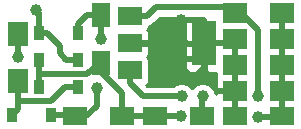
<source format=gbr>
G04 #@! TF.FileFunction,Copper,L1,Top,Signal*
%FSLAX46Y46*%
G04 Gerber Fmt 4.6, Leading zero omitted, Abs format (unit mm)*
G04 Created by KiCad (PCBNEW 4.0.2-stable) date 3/28/2018 10:44:59 PM*
%MOMM*%
G01*
G04 APERTURE LIST*
%ADD10C,0.100000*%
%ADD11R,2.000000X3.800000*%
%ADD12R,2.000000X1.500000*%
%ADD13R,2.000000X1.600000*%
%ADD14R,1.600000X2.000000*%
%ADD15R,0.900000X1.200000*%
%ADD16R,1.700000X2.000000*%
%ADD17R,2.000000X1.700000*%
%ADD18C,1.000000*%
%ADD19C,0.500000*%
%ADD20C,0.254000*%
G04 APERTURE END LIST*
D10*
D11*
X207035800Y-114706400D03*
D12*
X200735800Y-114706400D03*
X200735800Y-117006400D03*
X200735800Y-112406400D03*
D13*
X196069200Y-120853200D03*
X200069200Y-120853200D03*
D14*
X198272400Y-112350800D03*
X198272400Y-116350800D03*
D13*
X206876400Y-120853200D03*
X202876400Y-120853200D03*
X209632800Y-120916700D03*
X213632800Y-120916700D03*
D15*
X194105800Y-120751600D03*
X190805800Y-120751600D03*
X196366400Y-113842800D03*
X193066400Y-113842800D03*
X196366400Y-118440200D03*
X193066400Y-118440200D03*
X196366400Y-116128800D03*
X193066400Y-116128800D03*
D16*
X191262000Y-113900200D03*
X191262000Y-117900200D03*
D17*
X213632800Y-112128300D03*
X209632800Y-112128300D03*
X213632800Y-114338100D03*
X209632800Y-114338100D03*
X213632800Y-116547900D03*
X209632800Y-116547900D03*
X213632800Y-118757700D03*
X209632800Y-118757700D03*
D18*
X197993000Y-118465600D03*
X198272400Y-114350800D03*
X205054200Y-120853200D03*
X211632800Y-120929400D03*
X211632800Y-119202200D03*
X206908400Y-119202200D03*
X192760600Y-111861600D03*
X205054200Y-116052600D03*
X205054200Y-117754400D03*
X205054200Y-112750600D03*
X205054200Y-114731800D03*
X191262000Y-115900200D03*
X205130400Y-119202200D03*
D19*
X198272400Y-112350800D02*
X198272400Y-114350800D01*
X197993000Y-120065800D02*
X197002400Y-120853200D01*
X197993000Y-118465600D02*
X197993000Y-120065800D01*
X197002400Y-120853200D02*
X196069200Y-120853200D01*
X198265800Y-112344200D02*
X197104000Y-112344200D01*
X198265800Y-112344200D02*
X198272400Y-112350800D01*
X196366400Y-113081800D02*
X196366400Y-113842800D01*
X196366400Y-113081800D02*
X197104000Y-112344200D01*
X196367400Y-113841800D02*
X196366400Y-113842800D01*
X194105800Y-120751600D02*
X195967600Y-120751600D01*
X196170800Y-120751600D02*
X196069200Y-120853200D01*
X195967600Y-120751600D02*
X196069200Y-120853200D01*
X213632800Y-120929400D02*
X211632800Y-120929400D01*
X203987400Y-120853200D02*
X202876400Y-120853200D01*
X205054200Y-120853200D02*
X203987400Y-120853200D01*
X198272400Y-116350800D02*
X198272400Y-117170200D01*
X198272400Y-117170200D02*
X200069200Y-118967000D01*
X200069200Y-118967000D02*
X200069200Y-120853200D01*
X198272400Y-116350800D02*
X198101200Y-116350800D01*
X194132200Y-117297200D02*
X194106800Y-117322600D01*
X194106800Y-117322600D02*
X193066400Y-117322600D01*
X197154800Y-117297200D02*
X194132200Y-117297200D01*
X198101200Y-116350800D02*
X197154800Y-117297200D01*
X213632800Y-112141000D02*
X213632800Y-114350800D01*
X213632800Y-114350800D02*
X213632800Y-116560600D01*
X213632800Y-116560600D02*
X213632800Y-118770400D01*
X213632800Y-118770400D02*
X213632800Y-120929400D01*
X200069200Y-120853200D02*
X202876400Y-120853200D01*
X193066400Y-118440200D02*
X193066400Y-117322600D01*
X193066400Y-117322600D02*
X193066400Y-116128800D01*
X206876400Y-120853200D02*
X206876400Y-119234200D01*
X211632800Y-113588800D02*
X210185000Y-112141000D01*
X211632800Y-119202200D02*
X211632800Y-113588800D01*
X206876400Y-119234200D02*
X206908400Y-119202200D01*
X210185000Y-112141000D02*
X209632800Y-112141000D01*
X200735800Y-112406400D02*
X202172600Y-112406400D01*
X202920600Y-111658400D02*
X204114400Y-111658400D01*
X204114400Y-111658400D02*
X209150200Y-111658400D01*
X202172600Y-112406400D02*
X202920600Y-111658400D01*
X209150200Y-111658400D02*
X209632800Y-112141000D01*
X196366400Y-118440200D02*
X195249800Y-118440200D01*
X191262000Y-119634000D02*
X191262000Y-117900200D01*
X194056000Y-119634000D02*
X191262000Y-119634000D01*
X195249800Y-118440200D02*
X194056000Y-119634000D01*
X191262000Y-117900200D02*
X191262000Y-120295400D01*
X191262000Y-120295400D02*
X190805800Y-120751600D01*
X193066400Y-112167400D02*
X193066400Y-113842800D01*
X192760600Y-111861600D02*
X193066400Y-112167400D01*
X193066400Y-113842800D02*
X193725800Y-113842800D01*
X193725800Y-113842800D02*
X194818000Y-114935000D01*
X194818000Y-114935000D02*
X194818000Y-115570000D01*
X194818000Y-115570000D02*
X195376800Y-116128800D01*
X195376800Y-116128800D02*
X196366400Y-116128800D01*
X207035400Y-112750600D02*
X205054200Y-112750600D01*
X207035800Y-112751000D02*
X207035400Y-112750600D01*
X207035800Y-114706400D02*
X207035800Y-112751000D01*
X207035800Y-114706400D02*
X207035800Y-115493400D01*
X207035800Y-115493400D02*
X206476600Y-116052600D01*
X206476600Y-116052600D02*
X205054200Y-116052600D01*
X207035800Y-116814200D02*
X207035800Y-114706400D01*
X205054200Y-117754400D02*
X206095600Y-117754400D01*
X206095600Y-117754400D02*
X207035800Y-116814200D01*
X207035800Y-114706400D02*
X207010000Y-114706400D01*
X205054200Y-114731800D02*
X205054200Y-115595400D01*
X205054200Y-115595400D02*
X205054200Y-116052600D01*
X200735800Y-114706400D02*
X203149200Y-114706400D01*
X203149200Y-114706400D02*
X205054200Y-112750600D01*
X207035800Y-114706400D02*
X209277200Y-114706400D01*
X209277200Y-114706400D02*
X209632800Y-114350800D01*
X209632800Y-118770400D02*
X209632800Y-120929400D01*
X209632800Y-116560600D02*
X209632800Y-118770400D01*
X209632800Y-114350800D02*
X209632800Y-116560600D01*
X206959600Y-115570000D02*
X206984600Y-115570000D01*
X191262000Y-113900200D02*
X191262000Y-115900200D01*
X190830200Y-113468400D02*
X191262000Y-113900200D01*
X200735800Y-117006400D02*
X200735800Y-118084200D01*
X201853800Y-119202200D02*
X205130400Y-119202200D01*
X200735800Y-118084200D02*
X201853800Y-119202200D01*
D20*
G36*
X205400800Y-112680090D02*
X205400800Y-114420650D01*
X205559550Y-114579400D01*
X206908800Y-114579400D01*
X206908800Y-114559400D01*
X207162800Y-114559400D01*
X207162800Y-114579400D01*
X207182800Y-114579400D01*
X207182800Y-114833400D01*
X207162800Y-114833400D01*
X207162800Y-117082650D01*
X207321550Y-117241400D01*
X207997800Y-117241400D01*
X207997800Y-117524210D01*
X208051064Y-117652800D01*
X207997800Y-117781390D01*
X207997800Y-118471950D01*
X208156550Y-118630700D01*
X209194400Y-118630700D01*
X209194400Y-118884700D01*
X208156550Y-118884700D01*
X208043579Y-118997671D01*
X208043597Y-118977425D01*
X207871167Y-118560114D01*
X207552165Y-118240555D01*
X207135156Y-118067397D01*
X206683625Y-118067003D01*
X206266314Y-118239433D01*
X206019249Y-118486067D01*
X205774165Y-118240555D01*
X205357156Y-118067397D01*
X204905625Y-118067003D01*
X204488314Y-118239433D01*
X204410411Y-118317200D01*
X202220379Y-118317200D01*
X202148560Y-118245381D01*
X202187241Y-118220490D01*
X202332231Y-118008290D01*
X202383240Y-117756400D01*
X202383240Y-116256400D01*
X202338962Y-116021083D01*
X202233318Y-115856908D01*
X202274127Y-115816099D01*
X202370800Y-115582710D01*
X202370800Y-114992150D01*
X205400800Y-114992150D01*
X205400800Y-116732710D01*
X205497473Y-116966099D01*
X205676102Y-117144727D01*
X205909491Y-117241400D01*
X206750050Y-117241400D01*
X206908800Y-117082650D01*
X206908800Y-114833400D01*
X205559550Y-114833400D01*
X205400800Y-114992150D01*
X202370800Y-114992150D01*
X202212050Y-114833400D01*
X200862800Y-114833400D01*
X200862800Y-114853400D01*
X200608800Y-114853400D01*
X200608800Y-114833400D01*
X200588800Y-114833400D01*
X200588800Y-114579400D01*
X200608800Y-114579400D01*
X200608800Y-114559400D01*
X200862800Y-114559400D01*
X200862800Y-114579400D01*
X202212050Y-114579400D01*
X202370800Y-114420650D01*
X202370800Y-113830090D01*
X202274127Y-113596701D01*
X202232166Y-113554740D01*
X202332231Y-113408290D01*
X202363595Y-113253409D01*
X202455084Y-113235210D01*
X202511275Y-113224033D01*
X202798390Y-113032190D01*
X203287179Y-112543400D01*
X205457419Y-112543400D01*
X205400800Y-112680090D01*
X205400800Y-112680090D01*
G37*
X205400800Y-112680090D02*
X205400800Y-114420650D01*
X205559550Y-114579400D01*
X206908800Y-114579400D01*
X206908800Y-114559400D01*
X207162800Y-114559400D01*
X207162800Y-114579400D01*
X207182800Y-114579400D01*
X207182800Y-114833400D01*
X207162800Y-114833400D01*
X207162800Y-117082650D01*
X207321550Y-117241400D01*
X207997800Y-117241400D01*
X207997800Y-117524210D01*
X208051064Y-117652800D01*
X207997800Y-117781390D01*
X207997800Y-118471950D01*
X208156550Y-118630700D01*
X209194400Y-118630700D01*
X209194400Y-118884700D01*
X208156550Y-118884700D01*
X208043579Y-118997671D01*
X208043597Y-118977425D01*
X207871167Y-118560114D01*
X207552165Y-118240555D01*
X207135156Y-118067397D01*
X206683625Y-118067003D01*
X206266314Y-118239433D01*
X206019249Y-118486067D01*
X205774165Y-118240555D01*
X205357156Y-118067397D01*
X204905625Y-118067003D01*
X204488314Y-118239433D01*
X204410411Y-118317200D01*
X202220379Y-118317200D01*
X202148560Y-118245381D01*
X202187241Y-118220490D01*
X202332231Y-118008290D01*
X202383240Y-117756400D01*
X202383240Y-116256400D01*
X202338962Y-116021083D01*
X202233318Y-115856908D01*
X202274127Y-115816099D01*
X202370800Y-115582710D01*
X202370800Y-114992150D01*
X205400800Y-114992150D01*
X205400800Y-116732710D01*
X205497473Y-116966099D01*
X205676102Y-117144727D01*
X205909491Y-117241400D01*
X206750050Y-117241400D01*
X206908800Y-117082650D01*
X206908800Y-114833400D01*
X205559550Y-114833400D01*
X205400800Y-114992150D01*
X202370800Y-114992150D01*
X202212050Y-114833400D01*
X200862800Y-114833400D01*
X200862800Y-114853400D01*
X200608800Y-114853400D01*
X200608800Y-114833400D01*
X200588800Y-114833400D01*
X200588800Y-114579400D01*
X200608800Y-114579400D01*
X200608800Y-114559400D01*
X200862800Y-114559400D01*
X200862800Y-114579400D01*
X202212050Y-114579400D01*
X202370800Y-114420650D01*
X202370800Y-113830090D01*
X202274127Y-113596701D01*
X202232166Y-113554740D01*
X202332231Y-113408290D01*
X202363595Y-113253409D01*
X202455084Y-113235210D01*
X202511275Y-113224033D01*
X202798390Y-113032190D01*
X203287179Y-112543400D01*
X205457419Y-112543400D01*
X205400800Y-112680090D01*
M02*

</source>
